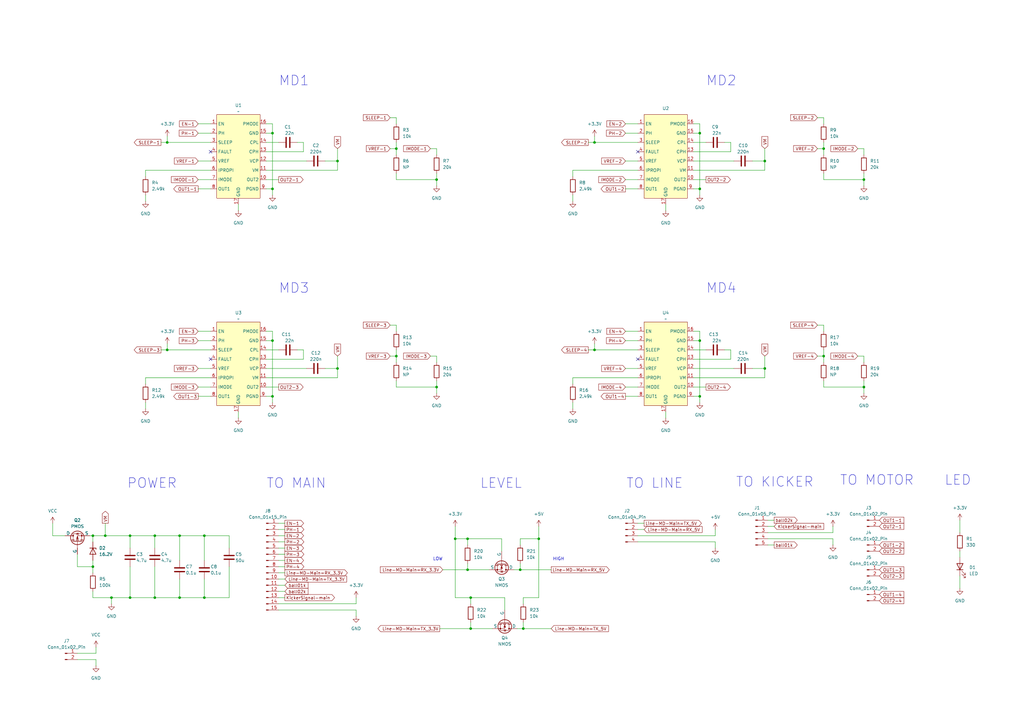
<source format=kicad_sch>
(kicad_sch (version 20231120) (generator "eeschema") (generator_version "8.0")
  (paper "A3")
  (lib_symbols
    (symbol "+3.3V_1" (power) (pin_numbers hide) (pin_names (offset 0) hide)
      (property "Value" "+3.3V" (at 0 3.556 0))
      (symbol "+3.3V_1_1_1"
        (pin power_in line (at 0 0 90) (length 0) (name "~") (number "1"))
      )
    )
    (symbol "+3.3V_3" (power) (pin_numbers hide) (pin_names (offset 0) hide)
      (property "Value" "+3.3V" (at 0 3.556 0))
      (symbol "+3.3V_3_1_1"
        (pin power_in line (at 0 0 90) (length 0) (name "~") (number "1"))
      )
    )
    (symbol "@MyLibrary:DRV8874"
      (property "Reference" "U" (at 0 19.05 0))
      (symbol "DRV8874_1_1"
        (pin passive line (at -11.43 13.97 0) (length 2.54) (name "EN") (number "1"))
        (pin passive line (at 11.43 -8.89 180) (length 2.54) (name "OUT2") (number "10"))
        (pin passive line (at 11.43 -5.08 180) (length 2.54) (name "VM") (number "11"))
        (pin passive line (at 11.43 -1.27 180) (length 2.54) (name "VCP") (number "12"))
        (pin passive line (at 11.43 2.54 180) (length 2.54) (name "CPH") (number "13"))
        (pin passive line (at 11.43 6.35 180) (length 2.54) (name "CPL") (number "14"))
        (pin passive line (at 11.43 10.16 180) (length 2.54) (name "GND") (number "15"))
        (pin passive line (at 11.43 13.97 180) (length 2.54) (name "PMODE") (number "16"))
        (pin passive line (at 0 -19.05 90) (length 2.54) (name "GND") (number "17"))
        (pin passive line (at -11.43 10.16 0) (length 2.54) (name "PH") (number "2"))
        (pin passive line (at -11.43 6.35 0) (length 2.54) (name "SLEEP") (number "3"))
        (pin passive line (at -11.43 2.54 0) (length 2.54) (name "FAULT") (number "4"))
        (pin passive line (at -11.43 -1.27 0) (length 2.54) (name "VREF") (number "5"))
        (pin passive line (at -11.43 -5.08 0) (length 2.54) (name "IPROPI") (number "6"))
        (pin passive line (at -11.43 -8.89 0) (length 2.54) (name "IMODE") (number "7"))
        (pin passive line (at -11.43 -12.7 0) (length 2.54) (name "OUT1") (number "8"))
        (pin passive line (at 11.43 -12.7 180) (length 2.54) (name "PGND") (number "9"))
      )
    )
    (symbol "Connector:Conn_01x02_Pin" (pin_names (offset 1.016) hide)
      (property "Reference" "J" (at 0 2.54 0))
      (property "Value" "Conn_01x02_Pin" (at 0 -5.08 0))
      (symbol "Conn_01x02_Pin_1_1"
        (pin passive line (at 5.08 0 180) (length 3.81) (name "Pin_1") (number "1"))
        (pin passive line (at 5.08 -2.54 180) (length 3.81) (name "Pin_2") (number "2"))
      )
    )
    (symbol "Connector:Conn_01x04_Pin" (pin_names (offset 1.016) hide)
      (property "Reference" "J" (at 0 5.08 0))
      (property "Value" "Conn_01x04_Pin" (at 0 -7.62 0))
      (symbol "Conn_01x04_Pin_1_1"
        (pin passive line (at 5.08 2.54 180) (length 3.81) (name "Pin_1") (number "1"))
        (pin passive line (at 5.08 0 180) (length 3.81) (name "Pin_2") (number "2"))
        (pin passive line (at 5.08 -2.54 180) (length 3.81) (name "Pin_3") (number "3"))
        (pin passive line (at 5.08 -5.08 180) (length 3.81) (name "Pin_4") (number "4"))
      )
    )
    (symbol "Connector:Conn_01x05_Pin" (pin_names (offset 1.016) hide)
      (property "Reference" "J" (at 0 7.62 0))
      (property "Value" "Conn_01x05_Pin" (at 0 -7.62 0))
      (symbol "Conn_01x05_Pin_1_1"
        (pin passive line (at 5.08 5.08 180) (length 3.81) (name "Pin_1") (number "1"))
        (pin passive line (at 5.08 2.54 180) (length 3.81) (name "Pin_2") (number "2"))
        (pin passive line (at 5.08 0 180) (length 3.81) (name "Pin_3") (number "3"))
        (pin passive line (at 5.08 -2.54 180) (length 3.81) (name "Pin_4") (number "4"))
        (pin passive line (at 5.08 -5.08 180) (length 3.81) (name "Pin_5") (number "5"))
      )
    )
    (symbol "Connector:Conn_01x15_Pin" (pin_names (offset 1.016) hide)
      (property "Reference" "J" (at 0 20.32 0))
      (property "Value" "Conn_01x15_Pin" (at 0 -20.32 0))
      (symbol "Conn_01x15_Pin_1_1"
        (pin passive line (at 5.08 17.78 180) (length 3.81) (name "Pin_1") (number "1"))
        (pin passive line (at 5.08 -5.08 180) (length 3.81) (name "Pin_10") (number "10"))
        (pin passive line (at 5.08 -7.62 180) (length 3.81) (name "Pin_11") (number "11"))
        (pin passive line (at 5.08 -10.16 180) (length 3.81) (name "Pin_12") (number "12"))
        (pin passive line (at 5.08 -12.7 180) (length 3.81) (name "Pin_13") (number "13"))
        (pin passive line (at 5.08 -15.24 180) (length 3.81) (name "Pin_14") (number "14"))
        (pin passive line (at 5.08 -17.78 180) (length 3.81) (name "Pin_15") (number "15"))
        (pin passive line (at 5.08 15.24 180) (length 3.81) (name "Pin_2") (number "2"))
        (pin passive line (at 5.08 12.7 180) (length 3.81) (name "Pin_3") (number "3"))
        (pin passive line (at 5.08 10.16 180) (length 3.81) (name "Pin_4") (number "4"))
        (pin passive line (at 5.08 7.62 180) (length 3.81) (name "Pin_5") (number "5"))
        (pin passive line (at 5.08 5.08 180) (length 3.81) (name "Pin_6") (number "6"))
        (pin passive line (at 5.08 2.54 180) (length 3.81) (name "Pin_7") (number "7"))
        (pin passive line (at 5.08 0 180) (length 3.81) (name "Pin_8") (number "8"))
        (pin passive line (at 5.08 -2.54 180) (length 3.81) (name "Pin_9") (number "9"))
      )
    )
    (symbol "Device:C" (pin_numbers hide) (pin_names (offset 0.254))
      (property "Reference" "C" (at 0.635 2.54 0))
      (property "Value" "C" (at 0.635 -2.54 0))
      (symbol "C_1_1"
        (pin passive line (at 0 3.81 270) (length 2.794) (name "~") (number "1"))
        (pin passive line (at 0 -3.81 90) (length 2.794) (name "~") (number "2"))
      )
    )
    (symbol "Device:D_Zener" (pin_numbers hide) (pin_names (offset 1.016) hide)
      (property "Reference" "D" (at 0 2.54 0))
      (property "Value" "D_Zener" (at 0 -2.54 0))
      (symbol "D_Zener_1_1"
        (pin passive line (at -3.81 0 0) (length 2.54) (name "K") (number "1"))
        (pin passive line (at 3.81 0 180) (length 2.54) (name "A") (number "2"))
      )
    )
    (symbol "Device:LED" (pin_numbers hide) (pin_names (offset 1.016) hide)
      (property "Reference" "D" (at 0 2.54 0))
      (property "Value" "LED" (at 0 -2.54 0))
      (symbol "LED_1_1"
        (pin passive line (at -3.81 0 0) (length 2.54) (name "K") (number "1"))
        (pin passive line (at 3.81 0 180) (length 2.54) (name "A") (number "2"))
      )
    )
    (symbol "Device:R" (pin_numbers hide) (pin_names (offset 0))
      (property "Reference" "R" (at 2.032 0 90))
      (property "Value" "R" (at 0 0 90))
      (symbol "R_1_1"
        (pin passive line (at 0 3.81 270) (length 1.27) (name "~") (number "1"))
        (pin passive line (at 0 -3.81 90) (length 1.27) (name "~") (number "2"))
      )
    )
    (symbol "GND_1" (power) (pin_numbers hide) (pin_names (offset 0) hide)
      (property "Value" "GND" (at 0 -3.81 0))
      (symbol "GND_1_1_1"
        (pin power_in line (at 0 0 270) (length 0) (name "~") (number "1"))
      )
    )
    (symbol "GND_2" (power) (pin_numbers hide) (pin_names (offset 0) hide)
      (property "Value" "GND" (at 0 -3.81 0))
      (symbol "GND_2_1_1"
        (pin power_in line (at 0 0 270) (length 0) (name "~") (number "1"))
      )
    )
    (symbol "GND_3" (power) (pin_numbers hide) (pin_names (offset 0) hide)
      (property "Value" "GND" (at 0 -3.81 0))
      (symbol "GND_3_1_1"
        (pin power_in line (at 0 0 270) (length 0) (name "~") (number "1"))
      )
    )
    (symbol "Simulation_SPICE:NMOS" (pin_numbers hide) (pin_names (offset 0))
      (property "Reference" "Q" (at 5.08 1.27 0))
      (property "Value" "NMOS" (at 5.08 -1.27 0))
      (symbol "NMOS_1_1"
        (pin passive line (at 2.54 5.08 270) (length 2.54) (name "D") (number "1"))
        (pin input line (at -5.08 0 0) (length 2.54) (name "G") (number "2"))
        (pin passive line (at 2.54 -5.08 90) (length 2.54) (name "S") (number "3"))
      )
    )
    (symbol "Simulation_SPICE:PMOS" (pin_numbers hide) (pin_names (offset 0))
      (property "Reference" "Q" (at 5.08 1.27 0))
      (property "Value" "PMOS" (at 5.08 -1.27 0))
      (symbol "PMOS_1_1"
        (pin passive line (at 2.54 5.08 270) (length 2.54) (name "D") (number "1"))
        (pin input line (at -5.08 0 0) (length 2.54) (name "G") (number "2"))
        (pin passive line (at 2.54 -5.08 90) (length 2.54) (name "S") (number "3"))
      )
    )
    (symbol "power:+3.3V" (power) (pin_names (offset 0))
      (property "Value" "+3.3V" (at 0 3.556 0))
      (symbol "+3.3V_1_1"
        (pin power_in line (at 0 0 90) (length 0) hide (name "+3.3V") (number "1"))
      )
    )
    (symbol "power:+5V" (power) (pin_numbers hide) (pin_names (offset 0) hide)
      (property "Value" "+5V" (at 0 3.556 0))
      (symbol "+5V_1_1"
        (pin power_in line (at 0 0 90) (length 0) (name "~") (number "1"))
      )
    )
    (symbol "power:GND" (power) (pin_names (offset 0))
      (property "Value" "GND" (at 0 -3.81 0))
      (symbol "GND_1_1"
        (pin power_in line (at 0 0 270) (length 0) hide (name "GND") (number "1"))
      )
    )
    (symbol "power:VCC" (power) (pin_names (offset 0))
      (property "Value" "VCC" (at 0 3.81 0))
      (symbol "VCC_1_1"
        (pin power_in line (at 0 0 90) (length 0) hide (name "VCC") (number "1"))
      )
    )
  )
  (junction (at 111.76 77.47))
  (junction (at 162.56 146.05))
  (junction (at 191.77 233.68))
  (junction (at 213.36 233.68))
  (junction (at 53.34 245.11))
  (junction (at 337.82 60.96))
  (junction (at 186.69 220.98))
  (junction (at 193.04 245.11))
  (junction (at 73.66 245.11))
  (junction (at 63.5 245.11))
  (junction (at 337.82 146.05))
  (junction (at 179.07 158.75))
  (junction (at 83.82 245.11))
  (junction (at 63.5 219.71))
  (junction (at 38.1 219.71))
  (junction (at 191.77 220.98))
  (junction (at 111.76 54.61))
  (junction (at 73.66 219.71))
  (junction (at 287.02 162.56))
  (junction (at 111.76 139.7))
  (junction (at 138.43 66.04))
  (junction (at 287.02 54.61))
  (junction (at 287.02 77.47))
  (junction (at 83.82 219.71))
  (junction (at 53.34 219.71))
  (junction (at 43.18 219.71))
  (junction (at 111.76 162.56))
  (junction (at 193.04 257.81))
  (junction (at 179.07 73.66))
  (junction (at 354.33 73.66))
  (junction (at 243.84 143.51))
  (junction (at 243.84 58.42))
  (junction (at 220.98 220.98))
  (junction (at 45.72 245.11))
  (junction (at 214.63 257.81))
  (junction (at 313.69 66.04))
  (junction (at 313.69 151.13))
  (junction (at 354.33 158.75))
  (junction (at 38.1 232.41))
  (junction (at 138.43 151.13))
  (junction (at 162.56 60.96))
  (junction (at 287.02 139.7))
  (junction (at 68.58 58.42))
  (junction (at 68.58 143.51))
  (no_connect (at 86.36 147.32))
  (no_connect (at 261.62 147.32))
  (no_connect (at 261.62 62.23))
  (no_connect (at 86.36 62.23))
  (wire (pts (xy 109.22 77.47) (xy 111.76 77.47)))
  (wire (pts (xy 111.76 80.01) (xy 111.76 77.47)))
  (wire (pts (xy 341.63 215.9) (xy 341.63 218.44)))
  (wire (pts (xy 97.79 83.82) (xy 97.79 86.36)))
  (wire (pts (xy 114.3 229.87) (xy 116.84 229.87)))
  (wire (pts (xy 162.56 158.75) (xy 179.07 158.75)))
  (wire (pts (xy 234.95 167.64) (xy 234.95 165.1)))
  (wire (pts (xy 114.3 73.66) (xy 109.22 73.66)))
  (wire (pts (xy 241.3 143.51) (xy 243.84 143.51)))
  (wire (pts (xy 214.63 257.81) (xy 226.06 257.81)))
  (wire (pts (xy 109.22 162.56) (xy 111.76 162.56)))
  (wire (pts (xy 116.84 245.11) (xy 114.3 245.11)))
  (wire (pts (xy 114.3 237.49) (xy 116.84 237.49)))
  (wire (pts (xy 284.48 77.47) (xy 287.02 77.47)))
  (wire (pts (xy 83.82 219.71) (xy 83.82 229.87)))
  (wire (pts (xy 289.56 158.75) (xy 284.48 158.75)))
  (wire (pts (xy 133.35 151.13) (xy 138.43 151.13)))
  (wire (pts (xy 314.96 220.98) (xy 341.63 220.98)))
  (wire (pts (xy 179.07 71.12) (xy 179.07 73.66)))
  (wire (pts (xy 337.82 48.26) (xy 337.82 50.8)))
  (wire (pts (xy 73.66 219.71) (xy 83.82 219.71)))
  (wire (pts (xy 39.37 270.51) (xy 31.75 270.51)))
  (wire (pts (xy 243.84 58.42) (xy 261.62 58.42)))
  (wire (pts (xy 299.72 58.42) (xy 299.72 62.23)))
  (wire (pts (xy 39.37 267.97) (xy 31.75 267.97)))
  (wire (pts (xy 337.82 143.51) (xy 337.82 146.05)))
  (wire (pts (xy 354.33 60.96) (xy 354.33 63.5)))
  (wire (pts (xy 116.84 217.17) (xy 114.3 217.17)))
  (wire (pts (xy 81.28 66.04) (xy 86.36 66.04)))
  (wire (pts (xy 213.36 233.68) (xy 210.82 233.68)))
  (wire (pts (xy 81.28 77.47) (xy 86.36 77.47)))
  (wire (pts (xy 43.18 219.71) (xy 43.18 214.63)))
  (wire (pts (xy 180.34 257.81) (xy 193.04 257.81)))
  (wire (pts (xy 186.69 245.11) (xy 193.04 245.11)))
  (wire (pts (xy 335.28 48.26) (xy 337.82 48.26)))
  (wire (pts (xy 81.28 54.61) (xy 86.36 54.61)))
  (wire (pts (xy 160.02 60.96) (xy 162.56 60.96)))
  (wire (pts (xy 63.5 232.41) (xy 63.5 245.11)))
  (wire (pts (xy 93.98 245.11) (xy 83.82 245.11)))
  (wire (pts (xy 125.73 66.04) (xy 109.22 66.04)))
  (wire (pts (xy 162.56 73.66) (xy 179.07 73.66)))
  (wire (pts (xy 59.69 154.94) (xy 59.69 157.48)))
  (wire (pts (xy 337.82 71.12) (xy 337.82 73.66)))
  (wire (pts (xy 337.82 146.05) (xy 337.82 148.59)))
  (wire (pts (xy 273.05 83.82) (xy 273.05 86.36)))
  (wire (pts (xy 261.62 219.71) (xy 293.37 219.71)))
  (wire (pts (xy 114.3 143.51) (xy 109.22 143.51)))
  (wire (pts (xy 317.5 223.52) (xy 314.96 223.52)))
  (wire (pts (xy 313.69 66.04) (xy 313.69 69.85)))
  (wire (pts (xy 179.07 158.75) (xy 179.07 161.29)))
  (wire (pts (xy 81.28 151.13) (xy 86.36 151.13)))
  (wire (pts (xy 59.69 69.85) (xy 59.69 72.39)))
  (wire (pts (xy 354.33 73.66) (xy 354.33 76.2)))
  (wire (pts (xy 261.62 154.94) (xy 234.95 154.94)))
  (wire (pts (xy 114.3 58.42) (xy 109.22 58.42)))
  (wire (pts (xy 337.82 73.66) (xy 354.33 73.66)))
  (wire (pts (xy 205.74 226.06) (xy 205.74 220.98)))
  (wire (pts (xy 297.18 143.51) (xy 299.72 143.51)))
  (wire (pts (xy 220.98 220.98) (xy 220.98 215.9)))
  (wire (pts (xy 38.1 242.57) (xy 38.1 245.11)))
  (wire (pts (xy 93.98 232.41) (xy 93.98 245.11)))
  (wire (pts (xy 116.84 242.57) (xy 114.3 242.57)))
  (wire (pts (xy 284.48 147.32) (xy 299.72 147.32)))
  (wire (pts (xy 287.02 139.7) (xy 287.02 162.56)))
  (wire (pts (xy 214.63 257.81) (xy 212.09 257.81)))
  (wire (pts (xy 243.84 143.51) (xy 261.62 143.51)))
  (wire (pts (xy 138.43 151.13) (xy 138.43 154.94)))
  (wire (pts (xy 181.61 233.68) (xy 191.77 233.68)))
  (wire (pts (xy 138.43 60.96) (xy 138.43 66.04)))
  (wire (pts (xy 335.28 146.05) (xy 337.82 146.05)))
  (wire (pts (xy 341.63 220.98) (xy 341.63 223.52)))
  (wire (pts (xy 191.77 233.68) (xy 191.77 231.14)))
  (wire (pts (xy 109.22 54.61) (xy 111.76 54.61)))
  (wire (pts (xy 109.22 147.32) (xy 124.46 147.32)))
  (wire (pts (xy 63.5 219.71) (xy 73.66 219.71)))
  (wire (pts (xy 138.43 154.94) (xy 109.22 154.94)))
  (wire (pts (xy 114.3 224.79) (xy 116.84 224.79)))
  (wire (pts (xy 354.33 71.12) (xy 354.33 73.66)))
  (wire (pts (xy 73.66 219.71) (xy 73.66 229.87)))
  (wire (pts (xy 256.54 135.89) (xy 261.62 135.89)))
  (wire (pts (xy 335.28 133.35) (xy 337.82 133.35)))
  (wire (pts (xy 59.69 82.55) (xy 59.69 80.01)))
  (wire (pts (xy 186.69 215.9) (xy 186.69 220.98)))
  (wire (pts (xy 261.62 214.63) (xy 264.16 214.63)))
  (wire (pts (xy 337.82 60.96) (xy 337.82 63.5)))
  (wire (pts (xy 160.02 146.05) (xy 162.56 146.05)))
  (wire (pts (xy 354.33 156.21) (xy 354.33 158.75)))
  (wire (pts (xy 243.84 55.88) (xy 243.84 58.42)))
  (wire (pts (xy 160.02 48.26) (xy 162.56 48.26)))
  (wire (pts (xy 256.54 73.66) (xy 261.62 73.66)))
  (wire (pts (xy 220.98 220.98) (xy 220.98 245.11)))
  (wire (pts (xy 337.82 158.75) (xy 354.33 158.75)))
  (wire (pts (xy 31.75 227.33) (xy 31.75 232.41)))
  (wire (pts (xy 314.96 218.44) (xy 341.63 218.44)))
  (wire (pts (xy 43.18 219.71) (xy 53.34 219.71)))
  (wire (pts (xy 53.34 219.71) (xy 63.5 219.71)))
  (wire (pts (xy 21.59 214.63) (xy 21.59 219.71)))
  (wire (pts (xy 186.69 220.98) (xy 191.77 220.98)))
  (wire (pts (xy 21.59 219.71) (xy 26.67 219.71)))
  (wire (pts (xy 38.1 219.71) (xy 43.18 219.71)))
  (wire (pts (xy 287.02 50.8) (xy 287.02 54.61)))
  (wire (pts (xy 287.02 80.01) (xy 287.02 77.47)))
  (wire (pts (xy 114.3 219.71) (xy 116.84 219.71)))
  (wire (pts (xy 63.5 245.11) (xy 73.66 245.11)))
  (wire (pts (xy 213.36 233.68) (xy 226.06 233.68)))
  (wire (pts (xy 308.61 66.04) (xy 313.69 66.04)))
  (wire (pts (xy 114.3 158.75) (xy 109.22 158.75)))
  (wire (pts (xy 261.62 69.85) (xy 234.95 69.85)))
  (wire (pts (xy 81.28 162.56) (xy 86.36 162.56)))
  (wire (pts (xy 313.69 151.13) (xy 313.69 154.94)))
  (wire (pts (xy 234.95 69.85) (xy 234.95 72.39)))
  (wire (pts (xy 162.56 156.21) (xy 162.56 158.75)))
  (wire (pts (xy 86.36 154.94) (xy 59.69 154.94)))
  (wire (pts (xy 351.79 146.05) (xy 354.33 146.05)))
  (wire (pts (xy 220.98 245.11) (xy 214.63 245.11)))
  (wire (pts (xy 186.69 220.98) (xy 186.69 245.11)))
  (wire (pts (xy 73.66 245.11) (xy 83.82 245.11)))
  (wire (pts (xy 81.28 135.89) (xy 86.36 135.89)))
  (wire (pts (xy 111.76 139.7) (xy 111.76 162.56)))
  (wire (pts (xy 287.02 165.1) (xy 287.02 162.56)))
  (wire (pts (xy 179.07 60.96) (xy 179.07 63.5)))
  (wire (pts (xy 111.76 50.8) (xy 111.76 54.61)))
  (wire (pts (xy 300.99 151.13) (xy 284.48 151.13)))
  (wire (pts (xy 179.07 73.66) (xy 179.07 76.2)))
  (wire (pts (xy 39.37 265.43) (xy 39.37 267.97)))
  (wire (pts (xy 317.5 213.36) (xy 314.96 213.36)))
  (wire (pts (xy 53.34 232.41) (xy 53.34 245.11)))
  (wire (pts (xy 111.76 135.89) (xy 111.76 139.7)))
  (wire (pts (xy 335.28 60.96) (xy 337.82 60.96)))
  (wire (pts (xy 68.58 55.88) (xy 68.58 58.42)))
  (wire (pts (xy 351.79 60.96) (xy 354.33 60.96)))
  (wire (pts (xy 114.3 222.25) (xy 116.84 222.25)))
  (wire (pts (xy 38.1 234.95) (xy 38.1 232.41)))
  (wire (pts (xy 205.74 220.98) (xy 191.77 220.98)))
  (wire (pts (xy 354.33 146.05) (xy 354.33 148.59)))
  (wire (pts (xy 138.43 69.85) (xy 109.22 69.85)))
  (wire (pts (xy 293.37 219.71) (xy 293.37 217.17)))
  (wire (pts (xy 256.54 50.8) (xy 261.62 50.8)))
  (wire (pts (xy 39.37 270.51) (xy 39.37 273.05)))
  (wire (pts (xy 114.3 247.65) (xy 146.05 247.65)))
  (wire (pts (xy 293.37 224.79) (xy 293.37 222.25)))
  (wire (pts (xy 213.36 220.98) (xy 220.98 220.98)))
  (wire (pts (xy 53.34 245.11) (xy 63.5 245.11)))
  (wire (pts (xy 393.7 228.6) (xy 393.7 226.06)))
  (wire (pts (xy 213.36 223.52) (xy 213.36 220.98)))
  (wire (pts (xy 162.56 133.35) (xy 162.56 135.89)))
  (wire (pts (xy 114.3 234.95) (xy 116.84 234.95)))
  (wire (pts (xy 214.63 255.27) (xy 214.63 257.81)))
  (wire (pts (xy 36.83 219.71) (xy 38.1 219.71)))
  (wire (pts (xy 284.48 62.23) (xy 299.72 62.23)))
  (wire (pts (xy 114.3 250.19) (xy 146.05 250.19)))
  (wire (pts (xy 138.43 146.05) (xy 138.43 151.13)))
  (wire (pts (xy 284.48 54.61) (xy 287.02 54.61)))
  (wire (pts (xy 337.82 58.42) (xy 337.82 60.96)))
  (wire (pts (xy 179.07 156.21) (xy 179.07 158.75)))
  (wire (pts (xy 138.43 66.04) (xy 138.43 69.85)))
  (wire (pts (xy 289.56 73.66) (xy 284.48 73.66)))
  (wire (pts (xy 337.82 133.35) (xy 337.82 135.89)))
  (wire (pts (xy 234.95 154.94) (xy 234.95 157.48)))
  (wire (pts (xy 284.48 139.7) (xy 287.02 139.7)))
  (wire (pts (xy 256.54 158.75) (xy 261.62 158.75)))
  (wire (pts (xy 124.46 143.51) (xy 124.46 147.32)))
  (wire (pts (xy 93.98 219.71) (xy 93.98 224.79)))
  (wire (pts (xy 256.54 54.61) (xy 261.62 54.61)))
  (wire (pts (xy 256.54 77.47) (xy 261.62 77.47)))
  (wire (pts (xy 109.22 62.23) (xy 124.46 62.23)))
  (wire (pts (xy 97.79 168.91) (xy 97.79 171.45)))
  (wire (pts (xy 68.58 58.42) (xy 86.36 58.42)))
  (wire (pts (xy 162.56 60.96) (xy 162.56 63.5)))
  (wire (pts (xy 191.77 220.98) (xy 191.77 223.52)))
  (wire (pts (xy 86.36 69.85) (xy 59.69 69.85)))
  (wire (pts (xy 317.5 215.9) (xy 314.96 215.9)))
  (wire (pts (xy 289.56 143.51) (xy 284.48 143.51)))
  (wire (pts (xy 83.82 245.11) (xy 83.82 237.49)))
  (wire (pts (xy 234.95 82.55) (xy 234.95 80.01)))
  (wire (pts (xy 121.92 58.42) (xy 124.46 58.42)))
  (wire (pts (xy 59.69 167.64) (xy 59.69 165.1)))
  (wire (pts (xy 191.77 233.68) (xy 200.66 233.68)))
  (wire (pts (xy 68.58 140.97) (xy 68.58 143.51)))
  (wire (pts (xy 109.22 50.8) (xy 111.76 50.8)))
  (wire (pts (xy 146.05 252.73) (xy 146.05 250.19)))
  (wire (pts (xy 337.82 156.21) (xy 337.82 158.75)))
  (wire (pts (xy 297.18 58.42) (xy 299.72 58.42)))
  (wire (pts (xy 162.56 146.05) (xy 162.56 148.59)))
  (wire (pts (xy 125.73 151.13) (xy 109.22 151.13)))
  (wire (pts (xy 273.05 168.91) (xy 273.05 171.45)))
  (wire (pts (xy 193.04 257.81) (xy 201.93 257.81)))
  (wire (pts (xy 193.04 255.27) (xy 193.04 257.81)))
  (wire (pts (xy 193.04 245.11) (xy 193.04 247.65)))
  (wire (pts (xy 256.54 162.56) (xy 261.62 162.56)))
  (wire (pts (xy 162.56 71.12) (xy 162.56 73.66)))
  (wire (pts (xy 299.72 143.51) (xy 299.72 147.32)))
  (wire (pts (xy 284.48 50.8) (xy 287.02 50.8)))
  (wire (pts (xy 111.76 54.61) (xy 111.76 77.47)))
  (wire (pts (xy 176.53 146.05) (xy 179.07 146.05)))
  (wire (pts (xy 313.69 60.96) (xy 313.69 66.04)))
  (wire (pts (xy 114.3 227.33) (xy 116.84 227.33)))
  (wire (pts (xy 162.56 143.51) (xy 162.56 146.05)))
  (wire (pts (xy 81.28 158.75) (xy 86.36 158.75)))
  (wire (pts (xy 83.82 219.71) (xy 93.98 219.71)))
  (wire (pts (xy 207.01 245.11) (xy 207.01 250.19)))
  (wire (pts (xy 313.69 146.05) (xy 313.69 151.13)))
  (wire (pts (xy 109.22 135.89) (xy 111.76 135.89)))
  (wire (pts (xy 284.48 135.89) (xy 287.02 135.89)))
  (wire (pts (xy 300.99 66.04) (xy 284.48 66.04)))
  (wire (pts (xy 63.5 224.79) (xy 63.5 219.71)))
  (wire (pts (xy 116.84 214.63) (xy 114.3 214.63)))
  (wire (pts (xy 176.53 60.96) (xy 179.07 60.96)))
  (wire (pts (xy 287.02 135.89) (xy 287.02 139.7)))
  (wire (pts (xy 287.02 54.61) (xy 287.02 77.47)))
  (wire (pts (xy 293.37 222.25) (xy 261.62 222.25)))
  (wire (pts (xy 354.33 158.75) (xy 354.33 161.29)))
  (wire (pts (xy 124.46 58.42) (xy 124.46 62.23)))
  (wire (pts (xy 214.63 245.11) (xy 214.63 247.65)))
  (wire (pts (xy 289.56 58.42) (xy 284.48 58.42)))
  (wire (pts (xy 38.1 232.41) (xy 38.1 229.87)))
  (wire (pts (xy 53.34 219.71) (xy 53.34 224.79)))
  (wire (pts (xy 45.72 245.11) (xy 53.34 245.11)))
  (wire (pts (xy 38.1 222.25) (xy 38.1 219.71)))
  (wire (pts (xy 162.56 48.26) (xy 162.56 50.8)))
  (wire (pts (xy 393.7 241.3) (xy 393.7 236.22)))
  (wire (pts (xy 193.04 245.11) (xy 207.01 245.11)))
  (wire (pts (xy 313.69 154.94) (xy 284.48 154.94)))
  (wire (pts (xy 133.35 66.04) (xy 138.43 66.04)))
  (wire (pts (xy 111.76 165.1) (xy 111.76 162.56)))
  (wire (pts (xy 66.04 143.51) (xy 68.58 143.51)))
  (wire (pts (xy 261.62 217.17) (xy 264.16 217.17)))
  (wire (pts (xy 38.1 245.11) (xy 45.72 245.11)))
  (wire (pts (xy 243.84 140.97) (xy 243.84 143.51)))
  (wire (pts (xy 256.54 66.04) (xy 261.62 66.04)))
  (wire (pts (xy 284.48 162.56) (xy 287.02 162.56)))
  (wire (pts (xy 81.28 73.66) (xy 86.36 73.66)))
  (wire (pts (xy 73.66 237.49) (xy 73.66 245.11)))
  (wire (pts (xy 68.58 143.51) (xy 86.36 143.51)))
  (wire (pts (xy 308.61 151.13) (xy 313.69 151.13)))
  (wire (pts (xy 114.3 232.41) (xy 116.84 232.41)))
  (wire (pts (xy 146.05 247.65) (xy 146.05 245.11)))
  (wire (pts (xy 45.72 247.65) (xy 45.72 245.11)))
  (wire (pts (xy 116.84 240.03) (xy 114.3 240.03)))
  (wire (pts (xy 256.54 139.7) (xy 261.62 139.7)))
  (wire (pts (xy 313.69 69.85) (xy 284.48 69.85)))
  (wire (pts (xy 213.36 231.14) (xy 213.36 233.68)))
  (wire (pts (xy 38.1 232.41) (xy 31.75 232.41)))
  (wire (pts (xy 160.02 133.35) (xy 162.56 133.35)))
  (wire (pts (xy 109.22 139.7) (xy 111.76 139.7)))
  (wire (pts (xy 256.54 151.13) (xy 261.62 151.13)))
  (wire (pts (xy 241.3 58.42) (xy 243.84 58.42)))
  (wire (pts (xy 393.7 218.44) (xy 393.7 213.36)))
  (wire (pts (xy 81.28 139.7) (xy 86.36 139.7)))
  (wire (pts (xy 179.07 146.05) (xy 179.07 148.59)))
  (wire (pts (xy 121.92 143.51) (xy 124.46 143.51)))
  (wire (pts (xy 81.28 50.8) (xy 86.36 50.8)))
  (wire (pts (xy 66.04 58.42) (xy 68.58 58.42)))
  (wire (pts (xy 162.56 58.42) (xy 162.56 60.96)))
  (text "HIGH" (at 229.108 229.362 0) (effects (font (size 1.27 1.27))))
  (text "TO MOTOR" (at 344.424 199.39 0) (effects (font (size 4 4)) (justify left bottom)))
  (text "TO KICKER" (at 301.752 200.152 0) (effects (font (size 4 4)) (justify left bottom)))
  (text "TO LINE" (at 256.794 200.66 0) (effects (font (size 4 4)) (justify left bottom)))
  (text "MD3" (at 114.3 120.65 0) (effects (font (size 4 4)) (justify left bottom)))
  (text "MD2" (at 289.56 35.56 0) (effects (font (size 4 4)) (justify left bottom)))
  (text "POWER" (at 52.07 200.66 0) (effects (font (size 4 4)) (justify left bottom)))
  (text "MD1" (at 114.3 35.56 0) (effects (font (size 4 4)) (justify left bottom)))
  (text "TO MAIN" (at 109.22 200.66 0) (effects (font (size 4 4)) (justify left bottom)))
  (text "LOW" (at 179.578 229.362 0) (effects (font (size 1.27 1.27))))
  (text "MD4" (at 289.56 120.65 0) (effects (font (size 4 4)) (justify left bottom)))
  (text "LED" (at 387.35 199.39 0) (effects (font (size 4 4)) (justify left bottom)))
  (text "LEVEL" (at 196.85 200.66 0) (effects (font (size 4 4)) (justify left bottom)))
  (global_label "PH-2" (shape input) (at 256.54 54.61 180) (property "Intersheetrefs" "${INTERSHEET_REFS}" (effects (hide yes))))
  (global_label "SLEEP-3" (shape input) (at 160.02 133.35 180) (property "Intersheetrefs" "${INTERSHEET_REFS}" (effects (hide yes))))
  (global_label "ball02k" (shape output) (at 317.5 213.36 0) (property "Intersheetrefs" "${INTERSHEET_REFS}" (effects (hide yes))))
  (global_label "PH-1" (shape input) (at 81.28 54.61 180) (property "Intersheetrefs" "${INTERSHEET_REFS}" (effects (hide yes))))
  (global_label "OUT2-1" (shape output) (at 114.3 73.66 0) (property "Intersheetrefs" "${INTERSHEET_REFS}" (effects (hide yes))))
  (global_label "IMODE-1" (shape input) (at 176.53 60.96 180) (property "Intersheetrefs" "${INTERSHEET_REFS}" (effects (hide yes))))
  (global_label "EN-2" (shape output) (at 116.84 219.71 0) (property "Intersheetrefs" "${INTERSHEET_REFS}" (effects (hide yes))))
  (global_label "OUT1-4" (shape output) (at 256.54 162.56 180) (property "Intersheetrefs" "${INTERSHEET_REFS}" (effects (hide yes))))
  (global_label "IMODE-3" (shape input) (at 81.28 158.75 180) (property "Intersheetrefs" "${INTERSHEET_REFS}" (effects (hide yes))))
  (global_label "ball01k" (shape output) (at 317.5 223.52 0) (property "Intersheetrefs" "${INTERSHEET_REFS}" (effects (hide yes))))
  (global_label "OUT1-4" (shape input) (at 360.68 243.84 0) (property "Intersheetrefs" "${INTERSHEET_REFS}" (effects (hide yes))))
  (global_label "VM" (shape input) (at 138.43 146.05 90) (property "Intersheetrefs" "${INTERSHEET_REFS}" (effects (hide yes))))
  (global_label "KickerSignal-main" (shape output) (at 116.84 245.11 0) (property "Intersheetrefs" "${INTERSHEET_REFS}" (effects (hide yes))))
  (global_label "Line-MD-Main=TX_3.3V" (shape output) (at 180.34 257.81 180) (property "Intersheetrefs" "${INTERSHEET_REFS}" (effects (hide yes))))
  (global_label "OUT2-2" (shape input) (at 360.68 226.06 0) (property "Intersheetrefs" "${INTERSHEET_REFS}" (effects (hide yes))))
  (global_label "PH-4" (shape input) (at 256.54 139.7 180) (property "Intersheetrefs" "${INTERSHEET_REFS}" (effects (hide yes))))
  (global_label "EN-3" (shape input) (at 81.28 135.89 180) (property "Intersheetrefs" "${INTERSHEET_REFS}" (effects (hide yes))))
  (global_label "ball01k" (shape input) (at 116.84 240.03 0) (property "Intersheetrefs" "${INTERSHEET_REFS}" (effects (hide yes))))
  (global_label "OUT1-1" (shape output) (at 81.28 77.47 180) (property "Intersheetrefs" "${INTERSHEET_REFS}" (effects (hide yes))))
  (global_label "VREF-4" (shape input) (at 335.28 146.05 180) (property "Intersheetrefs" "${INTERSHEET_REFS}" (effects (hide yes))))
  (global_label "SLEEP-3" (shape output) (at 66.04 143.51 180) (property "Intersheetrefs" "${INTERSHEET_REFS}" (effects (hide yes))))
  (global_label "EN-4" (shape input) (at 256.54 135.89 180) (property "Intersheetrefs" "${INTERSHEET_REFS}" (effects (hide yes))))
  (global_label "SLEEP-1" (shape output) (at 66.04 58.42 180) (property "Intersheetrefs" "${INTERSHEET_REFS}" (effects (hide yes))))
  (global_label "Line-MD-Main=RX_3.3V" (shape output) (at 116.84 234.95 0) (property "Intersheetrefs" "${INTERSHEET_REFS}" (effects (hide yes))))
  (global_label "OUT2-4" (shape output) (at 289.56 158.75 0) (property "Intersheetrefs" "${INTERSHEET_REFS}" (effects (hide yes))))
  (global_label "Line-MD-Main=RX_3.3V" (shape input) (at 181.61 233.68 180) (property "Intersheetrefs" "${INTERSHEET_REFS}" (effects (hide yes))))
  (global_label "Line-MD-Main=TX_5V" (shape input) (at 226.06 257.81 0) (property "Intersheetrefs" "${INTERSHEET_REFS}" (effects (hide yes))))
  (global_label "IMODE-1" (shape input) (at 81.28 73.66 180) (property "Intersheetrefs" "${INTERSHEET_REFS}" (effects (hide yes))))
  (global_label "VREF-3" (shape input) (at 160.02 146.05 180) (property "Intersheetrefs" "${INTERSHEET_REFS}" (effects (hide yes))))
  (global_label "PH-3" (shape output) (at 116.84 227.33 0) (property "Intersheetrefs" "${INTERSHEET_REFS}" (effects (hide yes))))
  (global_label "VREF-4" (shape input) (at 256.54 151.13 180) (property "Intersheetrefs" "${INTERSHEET_REFS}" (effects (hide yes))))
  (global_label "OUT1-1" (shape input) (at 360.68 213.36 0) (property "Intersheetrefs" "${INTERSHEET_REFS}" (effects (hide yes))))
  (global_label "SLEEP-4" (shape input) (at 335.28 133.35 180) (property "Intersheetrefs" "${INTERSHEET_REFS}" (effects (hide yes))))
  (global_label "SLEEP-2" (shape input) (at 335.28 48.26 180) (property "Intersheetrefs" "${INTERSHEET_REFS}" (effects (hide yes))))
  (global_label "PH-4" (shape output) (at 116.84 232.41 0) (property "Intersheetrefs" "${INTERSHEET_REFS}" (effects (hide yes))))
  (global_label "EN-2" (shape input) (at 256.54 50.8 180) (property "Intersheetrefs" "${INTERSHEET_REFS}" (effects (hide yes))))
  (global_label "IMODE-3" (shape input) (at 176.53 146.05 180) (property "Intersheetrefs" "${INTERSHEET_REFS}" (effects (hide yes))))
  (global_label "KickerSignal-main" (shape input) (at 317.5 215.9 0) (property "Intersheetrefs" "${INTERSHEET_REFS}" (effects (hide yes))))
  (global_label "OUT1-2" (shape input) (at 360.68 223.52 0) (property "Intersheetrefs" "${INTERSHEET_REFS}" (effects (hide yes))))
  (global_label "OUT2-4" (shape input) (at 360.68 246.38 0) (property "Intersheetrefs" "${INTERSHEET_REFS}" (effects (hide yes))))
  (global_label "OUT1-3" (shape input) (at 360.68 233.68 0) (property "Intersheetrefs" "${INTERSHEET_REFS}" (effects (hide yes))))
  (global_label "EN-3" (shape output) (at 116.84 224.79 0) (property "Intersheetrefs" "${INTERSHEET_REFS}" (effects (hide yes))))
  (global_label "VM" (shape output) (at 43.18 214.63 90) (property "Intersheetrefs" "${INTERSHEET_REFS}" (effects (hide yes))))
  (global_label "VREF-2" (shape input) (at 256.54 66.04 180) (property "Intersheetrefs" "${INTERSHEET_REFS}" (effects (hide yes))))
  (global_label "EN-1" (shape output) (at 116.84 214.63 0) (property "Intersheetrefs" "${INTERSHEET_REFS}" (effects (hide yes))))
  (global_label "SLEEP-2" (shape output) (at 241.3 58.42 180) (property "Intersheetrefs" "${INTERSHEET_REFS}" (effects (hide yes))))
  (global_label "VREF-1" (shape input) (at 160.02 60.96 180) (property "Intersheetrefs" "${INTERSHEET_REFS}" (effects (hide yes))))
  (global_label "IMODE-2" (shape input) (at 256.54 73.66 180) (property "Intersheetrefs" "${INTERSHEET_REFS}" (effects (hide yes))))
  (global_label "IMODE-4" (shape input) (at 351.79 146.05 180) (property "Intersheetrefs" "${INTERSHEET_REFS}" (effects (hide yes))))
  (global_label "SLEEP-4" (shape output) (at 241.3 143.51 180) (property "Intersheetrefs" "${INTERSHEET_REFS}" (effects (hide yes))))
  (global_label "EN-4" (shape output) (at 116.84 229.87 0) (property "Intersheetrefs" "${INTERSHEET_REFS}" (effects (hide yes))))
  (global_label "VREF-2" (shape input) (at 335.28 60.96 180) (property "Intersheetrefs" "${INTERSHEET_REFS}" (effects (hide yes))))
  (global_label "VM" (shape input) (at 138.43 60.96 90) (property "Intersheetrefs" "${INTERSHEET_REFS}" (effects (hide yes))))
  (global_label "IMODE-4" (shape input) (at 256.54 158.75 180) (property "Intersheetrefs" "${INTERSHEET_REFS}" (effects (hide yes))))
  (global_label "VM" (shape input) (at 313.69 60.96 90) (property "Intersheetrefs" "${INTERSHEET_REFS}" (effects (hide yes))))
  (global_label "PH-3" (shape input) (at 81.28 139.7 180) (property "Intersheetrefs" "${INTERSHEET_REFS}" (effects (hide yes))))
  (global_label "OUT1-2" (shape output) (at 256.54 77.47 180) (property "Intersheetrefs" "${INTERSHEET_REFS}" (effects (hide yes))))
  (global_label "OUT2-2" (shape output) (at 289.56 73.66 0) (property "Intersheetrefs" "${INTERSHEET_REFS}" (effects (hide yes))))
  (global_label "VREF-3" (shape input) (at 81.28 151.13 180) (property "Intersheetrefs" "${INTERSHEET_REFS}" (effects (hide yes))))
  (global_label "Line-MD-Main=RX_5V" (shape input) (at 264.16 217.17 0) (property "Intersheetrefs" "${INTERSHEET_REFS}" (effects (hide yes))))
  (global_label "IMODE-2" (shape input) (at 351.79 60.96 180) (property "Intersheetrefs" "${INTERSHEET_REFS}" (effects (hide yes))))
  (global_label "VREF-1" (shape input) (at 81.28 66.04 180) (property "Intersheetrefs" "${INTERSHEET_REFS}" (effects (hide yes))))
  (global_label "OUT2-3" (shape output) (at 114.3 158.75 0) (property "Intersheetrefs" "${INTERSHEET_REFS}" (effects (hide yes))))
  (global_label "Line-MD-Main=TX_5V" (shape output) (at 264.16 214.63 0) (property "Intersheetrefs" "${INTERSHEET_REFS}" (effects (hide yes))))
  (global_label "Line-MD-Main=RX_5V" (shape output) (at 226.06 233.68 0) (property "Intersheetrefs" "${INTERSHEET_REFS}" (effects (hide yes))))
  (global_label "Line-MD-Main=TX_3.3V" (shape input) (at 116.84 237.49 0) (property "Intersheetrefs" "${INTERSHEET_REFS}" (effects (hide yes))))
  (global_label "EN-1" (shape input) (at 81.28 50.8 180) (property "Intersheetrefs" "${INTERSHEET_REFS}" (effects (hide yes))))
  (global_label "OUT2-1" (shape input) (at 360.68 215.9 0) (property "Intersheetrefs" "${INTERSHEET_REFS}" (effects (hide yes))))
  (global_label "OUT2-3" (shape input) (at 360.68 236.22 0) (property "Intersheetrefs" "${INTERSHEET_REFS}" (effects (hide yes))))
  (global_label "OUT1-3" (shape output) (at 81.28 162.56 180) (property "Intersheetrefs" "${INTERSHEET_REFS}" (effects (hide yes))))
  (global_label "VM" (shape input) (at 313.69 146.05 90) (property "Intersheetrefs" "${INTERSHEET_REFS}" (effects (hide yes))))
  (global_label "SLEEP-1" (shape input) (at 160.02 48.26 180) (property "Intersheetrefs" "${INTERSHEET_REFS}" (effects (hide yes))))
  (global_label "ball02k" (shape input) (at 116.84 242.57 0) (property "Intersheetrefs" "${INTERSHEET_REFS}" (effects (hide yes))))
  (global_label "PH-1" (shape output) (at 116.84 217.17 0) (property "Intersheetrefs" "${INTERSHEET_REFS}" (effects (hide yes))))
  (global_label "PH-2" (shape output) (at 116.84 222.25 0) (property "Intersheetrefs" "${INTERSHEET_REFS}" (effects (hide yes))))
  (symbol (lib_id "Device:R") (at 59.69 76.2 0) (unit 1)
    (property "Reference" "R4" (at 62.23 74.93 0) (effects (justify left)))
    (property "Value" "2.49k" (at 62.23 77.47 0) (effects (justify left)))
    (property "Footprint" "Resistor_SMD:R_0603_1608Metric" (effects (hide yes)))
  )
  (symbol (lib_name "GND_3") (lib_id "power:GND") (at 273.05 171.45 0) (unit 1)
    (property "Reference" "#PWR034" (effects (hide yes)))
    (property "Value" "GND" (at 273.05 176.53 0))
    (property "Description" "Power symbol creates a global label with name \"GND\" , ground" (effects (hide yes)))
  )
  (symbol (lib_id "Device:D_Zener") (at 38.1 226.06 270) (unit 1)
    (property "Reference" "D2" (at 40.64 224.79 90) (effects (justify left)))
    (property "Value" "16.2V" (at 40.64 227.33 90) (effects (justify left)))
    (property "Footprint" "Diode_SMD:D_SOD-323" (effects (hide yes)))
  )
  (symbol (lib_id "power:VCC") (at 39.37 265.43 0) (unit 1)
    (property "Reference" "#PWR025" (effects (hide yes)))
    (property "Value" "VCC" (at 39.37 260.35 0))
  )
  (symbol (lib_id "Device:R") (at 38.1 238.76 0) (unit 1)
    (property "Reference" "R5" (at 40.64 237.49 0) (effects (justify left)))
    (property "Value" "100k" (at 40.64 240.03 0) (effects (justify left)))
    (property "Footprint" "Resistor_SMD:R_0603_1608Metric" (effects (hide yes)))
  )
  (symbol (lib_id "power:+3.3V") (at 146.05 245.11 0) (unit 1)
    (property "Reference" "#PWR05" (effects (hide yes)))
    (property "Value" "+3.3V" (at 146.05 240.03 0))
  )
  (symbol (lib_name "+3.3V_1") (lib_id "power:+3.3V") (at 341.63 215.9 0) (unit 1)
    (property "Reference" "#PWR027" (effects (hide yes)))
    (property "Value" "+3.3V" (at 341.63 210.82 0))
    (property "Description" "Power symbol creates a global label with name \"+3.3V\"" (effects (hide yes)))
  )
  (symbol (lib_id "power:GND") (at 234.95 167.64 0) (unit 1)
    (property "Reference" "#PWR014" (effects (hide yes)))
    (property "Value" "GND" (at 234.95 172.72 0))
  )
  (symbol (lib_id "power:GND") (at 39.37 273.05 0) (unit 1)
    (property "Reference" "#PWR018" (effects (hide yes)))
    (property "Value" "GND" (at 39.37 278.13 0))
  )
  (symbol (lib_name "+3.3V_3") (lib_id "power:+3.3V") (at 186.69 215.9 0) (unit 1)
    (property "Reference" "#PWR031" (effects (hide yes)))
    (property "Value" "+3.3V" (at 186.69 210.82 0))
    (property "Description" "Power symbol creates a global label with name \"+3.3V\"" (effects (hide yes)))
  )
  (symbol (lib_id "power:GND") (at 146.05 252.73 0) (unit 1)
    (property "Reference" "#PWR02" (effects (hide yes)))
    (property "Value" "GND" (at 146.05 257.81 0))
  )
  (symbol (lib_id "Device:R") (at 193.04 251.46 180) (unit 1)
    (property "Reference" "R22" (at 195.58 250.1899 0) (effects (justify right)))
    (property "Value" "10k" (at 195.58 252.7299 0) (effects (justify right)))
    (property "Footprint" "Resistor_SMD:R_0603_1608Metric" (effects (hide yes)))
    (property "Description" "Resistor" (effects (hide yes)))
  )
  (symbol (lib_id "Simulation_SPICE:NMOS") (at 205.74 231.14 270) (unit 1)
    (property "Reference" "Q3" (at 205.74 237.49 90))
    (property "Value" "NMOS" (at 205.74 240.03 90))
    (property "Footprint" "Package_TO_SOT_SMD:SOT-23" (effects (hide yes)))
    (property "Datasheet" "https://ngspice.sourceforge.io/docs/ngspice-html-manual/manual.xhtml#cha_MOSFETs" (effects (hide yes)))
    (property "Description" "N-MOSFET transistor, drain/source/gate" (effects (hide yes)))
    (property "Sim.Device" "NMOS" (effects (hide yes)))
    (property "Sim.Type" "VDMOS" (effects (hide yes)))
    (property "Sim.Pins" "1=D 2=G 3=S" (effects (hide yes)))
  )
  (symbol (lib_id "Device:R") (at 234.95 161.29 0) (unit 1)
    (property "Reference" "R16" (at 237.49 160.02 0) (effects (justify left)))
    (property "Value" "2.49k" (at 237.49 162.56 0) (effects (justify left)))
    (property "Footprint" "Resistor_SMD:R_0603_1608Metric" (effects (hide yes)))
  )
  (symbol (lib_name "GND_2") (lib_id "power:GND") (at 293.37 224.79 0) (unit 1)
    (property "Reference" "#PWR029" (effects (hide yes)))
    (property "Value" "GND" (at 293.37 229.87 0))
    (property "Description" "Power symbol creates a global label with name \"GND\" , ground" (effects (hide yes)))
  )
  (symbol (lib_id "Device:LED") (at 393.7 232.41 90) (unit 1)
    (property "Reference" "D1" (at 397.51 232.7275 90) (effects (justify right)))
    (property "Value" "LED" (at 397.51 235.2675 90) (effects (justify right)))
    (property "Footprint" "LED_SMD:LED_0805_2012Metric" (effects (hide yes)))
  )
  (symbol (lib_id "power:GND") (at 287.02 165.1 0) (unit 1)
    (property "Reference" "#PWR015" (effects (hide yes)))
    (property "Value" "GND" (at 287.02 170.18 0))
  )
  (symbol (lib_id "power:+3.3V") (at 68.58 55.88 0) (unit 1)
    (property "Reference" "#PWR020" (effects (hide yes)))
    (property "Value" "+3.3V" (at 68.58 50.8 0))
  )
  (symbol (lib_id "power:GND") (at 234.95 82.55 0) (unit 1)
    (property "Reference" "#PWR08" (effects (hide yes)))
    (property "Value" "GND" (at 234.95 87.63 0))
  )
  (symbol (lib_id "Connector:Conn_01x02_Pin") (at 355.6 213.36 0) (unit 1)
    (property "Reference" "J3" (at 356.235 208.28 0))
    (property "Value" "Conn_01x02_Pin" (at 356.235 210.82 0))
    (property "Footprint" "Connector_JST:JST_VH_B2P-VH_1x02_P3.96mm_Vertical" (effects (hide yes)))
  )
  (symbol (lib_id "Device:R") (at 354.33 152.4 0) (unit 1)
    (property "Reference" "R19" (at 356.87 151.13 0) (effects (justify left)))
    (property "Value" "20k" (at 356.87 153.67 0) (effects (justify left)))
    (property "Footprint" "Resistor_SMD:R_0603_1608Metric" (effects (hide yes)))
  )
  (symbol (lib_id "Connector:Conn_01x02_Pin") (at 355.6 233.68 0) (unit 1)
    (property "Reference" "J5" (at 356.235 228.6 0))
    (property "Value" "Conn_01x02_Pin" (at 356.235 231.14 0))
    (property "Footprint" "Connector_JST:JST_VH_B2P-VH_1x02_P3.96mm_Vertical" (effects (hide yes)))
  )
  (symbol (lib_id "Connector:Conn_01x02_Pin") (at 355.6 223.52 0) (unit 1)
    (property "Reference" "J4" (at 356.235 218.44 0))
    (property "Value" "Conn_01x02_Pin" (at 356.235 220.98 0))
    (property "Footprint" "Connector_JST:JST_VH_B2P-VH_1x02_P3.96mm_Vertical" (effects (hide yes)))
  )
  (symbol (lib_id "power:GND") (at 111.76 165.1 0) (unit 1)
    (property "Reference" "#PWR012" (effects (hide yes)))
    (property "Value" "GND" (at 111.76 170.18 0))
  )
  (symbol (lib_id "power:GND") (at 179.07 76.2 0) (unit 1)
    (property "Reference" "#PWR03" (effects (hide yes)))
    (property "Value" "GND" (at 179.07 81.28 0))
  )
  (symbol (lib_id "power:+5V") (at 293.37 217.17 0) (unit 1)
    (property "Reference" "#PWR026" (effects (hide yes)))
    (property "Value" "+5V" (at 293.37 212.09 0))
    (property "Description" "Power symbol creates a global label with name \"+5V\"" (effects (hide yes)))
  )
  (symbol (lib_id "Device:R") (at 162.56 139.7 0) (unit 1)
    (property "Reference" "R13" (at 165.1 138.43 0) (effects (justify left)))
    (property "Value" "10k" (at 165.1 140.97 0) (effects (justify left)))
    (property "Footprint" "Resistor_SMD:R_0603_1608Metric" (effects (hide yes)))
  )
  (symbol (lib_id "Device:C") (at 93.98 228.6 0) (unit 1)
    (property "Reference" "C5" (at 96.52 227.33 0) (effects (justify left)))
    (property "Value" "50u" (at 96.52 229.87 0) (effects (justify left)))
    (property "Footprint" "Capacitor_SMD:C_0603_1608Metric" (effects (hide yes)))
  )
  (symbol (lib_id "power:GND") (at 179.07 161.29 0) (unit 1)
    (property "Reference" "#PWR013" (effects (hide yes)))
    (property "Value" "GND" (at 179.07 166.37 0))
  )
  (symbol (lib_id "Device:C") (at 83.82 233.68 0) (unit 1)
    (property "Reference" "C8" (at 86.36 232.41 0) (effects (justify left)))
    (property "Value" "0.1u" (at 86.36 234.95 0) (effects (justify left)))
    (property "Footprint" "Capacitor_SMD:C_0603_1608Metric" (effects (hide yes)))
  )
  (symbol (lib_id "@MyLibrary:DRV8874") (at 273.05 64.77 0) (unit 1)
    (property "Reference" "U2" (at 273.05 44.45 0))
    (property "Value" "~" (at 250.19 49.53 0))
    (property "Footprint" "Package_SO:HTSSOP-16-1EP_4.4x5mm_P0.65mm_EP3.4x5mm_Mask2.46x2.31mm" (effects (hide yes)))
  )
  (symbol (lib_id "Simulation_SPICE:NMOS") (at 207.01 255.27 270) (unit 1)
    (property "Reference" "Q4" (at 207.01 261.62 90))
    (property "Value" "NMOS" (at 207.01 264.16 90))
    (property "Footprint" "Package_TO_SOT_SMD:SOT-23" (effects (hide yes)))
    (property "Datasheet" "https://ngspice.sourceforge.io/docs/ngspice-html-manual/manual.xhtml#cha_MOSFETs" (effects (hide yes)))
    (property "Description" "N-MOSFET transistor, drain/source/gate" (effects (hide yes)))
    (property "Sim.Device" "NMOS" (effects (hide yes)))
    (property "Sim.Type" "VDMOS" (effects (hide yes)))
    (property "Sim.Pins" "1=D 2=G 3=S" (effects (hide yes)))
  )
  (symbol (lib_name "GND_3") (lib_id "power:GND") (at 273.05 86.36 0) (unit 1)
    (property "Reference" "#PWR033" (effects (hide yes)))
    (property "Value" "GND" (at 273.05 91.44 0))
    (property "Description" "Power symbol creates a global label with name \"GND\" , ground" (effects (hide yes)))
  )
  (symbol (lib_id "Connector:Conn_01x02_Pin") (at 355.6 243.84 0) (unit 1)
    (property "Reference" "J6" (at 356.235 238.76 0))
    (property "Value" "Conn_01x02_Pin" (at 356.235 241.3 0))
    (property "Footprint" "Connector_JST:JST_VH_B2P-VH_1x02_P3.96mm_Vertical" (effects (hide yes)))
  )
  (symbol (lib_id "Device:C") (at 129.54 151.13 90) (unit 1)
    (property "Reference" "C12" (at 129.54 144.78 90))
    (property "Value" "220n" (at 129.54 147.32 90))
    (property "Footprint" "Capacitor_SMD:C_0603_1608Metric" (effects (hide yes)))
  )
  (symbol (lib_id "power:GND") (at 59.69 167.64 0) (unit 1)
    (property "Reference" "#PWR011" (effects (hide yes)))
    (property "Value" "GND" (at 59.69 172.72 0))
  )
  (symbol (lib_id "Device:R") (at 179.07 67.31 0) (unit 1)
    (property "Reference" "R7" (at 181.61 66.04 0) (effects (justify left)))
    (property "Value" "20k" (at 181.61 68.58 0) (effects (justify left)))
    (property "Footprint" "Resistor_SMD:R_0603_1608Metric" (effects (hide yes)))
  )
  (symbol (lib_id "Device:C") (at 304.8 151.13 90) (unit 1)
    (property "Reference" "C14" (at 304.8 144.78 90))
    (property "Value" "220n" (at 304.8 147.32 90))
    (property "Footprint" "Capacitor_SMD:C_0603_1608Metric" (effects (hide yes)))
  )
  (symbol (lib_id "Device:R") (at 213.36 227.33 0) (unit 1)
    (property "Reference" "R21" (at 215.9 226.0599 0) (effects (justify left)))
    (property "Value" "10k" (at 215.9 228.5999 0) (effects (justify left)))
    (property "Footprint" "Resistor_SMD:R_0603_1608Metric" (effects (hide yes)))
    (property "Description" "Resistor" (effects (hide yes)))
  )
  (symbol (lib_id "Device:C") (at 53.34 228.6 0) (unit 1)
    (property "Reference" "C3" (at 55.88 227.33 0) (effects (justify left)))
    (property "Value" "4.7u" (at 55.88 229.87 0) (effects (justify left)))
    (property "Footprint" "Capacitor_SMD:C_0603_1608Metric" (effects (hide yes)))
  )
  (symbol (lib_id "Device:R") (at 214.63 251.46 0) (unit 1)
    (property "Reference" "R23" (at 217.17 250.1899 0) (effects (justify left)))
    (property "Value" "10k" (at 217.17 252.7299 0) (effects (justify left)))
    (property "Footprint" "Resistor_SMD:R_0603_1608Metric" (effects (hide yes)))
    (property "Description" "Resistor" (effects (hide yes)))
  )
  (symbol (lib_id "Device:C") (at 118.11 143.51 90) (unit 1)
    (property "Reference" "C11" (at 119.38 137.16 90) (effects (justify left)))
    (property "Value" "22n" (at 120.65 139.7 90) (effects (justify left)))
    (property "Footprint" "Capacitor_SMD:C_0603_1608Metric" (effects (hide yes)))
  )
  (symbol (lib_id "power:GND") (at 393.7 241.3 0) (unit 1)
    (property "Reference" "#PWR024" (effects (hide yes)))
    (property "Value" "GND" (at 393.7 246.38 0))
  )
  (symbol (lib_id "Connector:Conn_01x04_Pin") (at 256.54 217.17 0) (unit 1)
    (property "Reference" "J2" (at 257.175 209.55 0))
    (property "Value" "Conn_01x04_Pin" (at 257.175 212.09 0))
    (property "Footprint" "Connector_FFC-FPC:TE_84953-4_1x04-1MP_P1.0mm_Horizontal" (effects (hide yes)))
    (property "Description" "Generic connector, single row, 01x04, script generated" (effects (hide yes)))
  )
  (symbol (lib_id "@MyLibrary:DRV8874") (at 273.05 149.86 0) (unit 1)
    (property "Reference" "U4" (at 273.05 128.27 0))
    (property "Value" "~" (at 273.05 130.81 0))
    (property "Footprint" "Package_SO:HTSSOP-16-1EP_4.4x5mm_P0.65mm_EP3.4x5mm_Mask2.46x2.31mm" (effects (hide yes)))
  )
  (symbol (lib_id "Device:C") (at 129.54 66.04 90) (unit 1)
    (property "Reference" "C2" (at 129.54 59.69 90))
    (property "Value" "220n" (at 129.54 62.23 90))
    (property "Footprint" "Capacitor_SMD:C_0603_1608Metric" (effects (hide yes)))
  )
  (symbol (lib_id "power:VCC") (at 21.59 214.63 0) (unit 1)
    (property "Reference" "#PWR01" (effects (hide yes)))
    (property "Value" "VCC" (at 21.59 209.55 0))
  )
  (symbol (lib_id "Device:C") (at 73.66 233.68 0) (unit 1)
    (property "Reference" "C7" (at 76.2 232.41 0) (effects (justify left)))
    (property "Value" "0.1u" (at 76.2 234.95 0) (effects (justify left)))
    (property "Footprint" "Capacitor_SMD:C_0603_1608Metric" (effects (hide yes)))
  )
  (symbol (lib_id "power:+3.3V") (at 393.7 213.36 0) (unit 1)
    (property "Reference" "#PWR023" (effects (hide yes)))
    (property "Value" "+3.3V" (at 393.7 208.28 0))
  )
  (symbol (lib_id "power:GND") (at 111.76 80.01 0) (unit 1)
    (property "Reference" "#PWR04" (effects (hide yes)))
    (property "Value" "GND" (at 111.76 85.09 0))
  )
  (symbol (lib_id "Device:R") (at 354.33 67.31 0) (unit 1)
    (property "Reference" "R11" (at 356.87 66.04 0) (effects (justify left)))
    (property "Value" "20k" (at 356.87 68.58 0) (effects (justify left)))
    (property "Footprint" "Resistor_SMD:R_0603_1608Metric" (effects (hide yes)))
  )
  (symbol (lib_id "power:+5V") (at 220.98 215.9 0) (unit 1)
    (property "Reference" "#PWR030" (effects (hide yes)))
    (property "Value" "+5V" (at 220.98 210.82 0))
    (property "Description" "Power symbol creates a global label with name \"+5V\"" (effects (hide yes)))
  )
  (symbol (lib_id "Device:C") (at 304.8 66.04 90) (unit 1)
    (property "Reference" "C10" (at 304.8 59.69 90))
    (property "Value" "220n" (at 304.8 62.23 90))
    (property "Footprint" "Capacitor_SMD:C_0603_1608Metric" (effects (hide yes)))
  )
  (symbol (lib_name "GND_3") (lib_id "power:GND") (at 97.79 171.45 0) (unit 1)
    (property "Reference" "#PWR028" (effects (hide yes)))
    (property "Value" "GND" (at 97.79 176.53 0))
    (property "Description" "Power symbol creates a global label with name \"GND\" , ground" (effects (hide yes)))
  )
  (symbol (lib_id "Device:R") (at 234.95 76.2 0) (unit 1)
    (property "Reference" "R8" (at 237.49 74.93 0) (effects (justify left)))
    (property "Value" "2.49k" (at 237.49 77.47 0) (effects (justify left)))
    (property "Footprint" "Resistor_SMD:R_0603_1608Metric" (effects (hide yes)))
  )
  (symbol (lib_id "power:GND") (at 59.69 82.55 0) (unit 1)
    (property "Reference" "#PWR06" (effects (hide yes)))
    (property "Value" "GND" (at 59.69 87.63 0))
  )
  (symbol (lib_id "Simulation_SPICE:PMOS") (at 31.75 222.25 90) (unit 1)
    (property "Reference" "Q2" (at 31.75 213.36 90))
    (property "Value" "PMOS" (at 31.75 215.9 90))
    (property "Footprint" "Package_TO_SOT_SMD:TO-252-2" (effects (hide yes)))
    (property "Datasheet" "https://ngspice.sourceforge.io/docs/ngspice-manual.pdf" (effects (hide yes)))
    (property "Sim.Device" "PMOS" (effects (hide yes)))
    (property "Sim.Type" "VDMOS" (effects (hide yes)))
    (property "Sim.Pins" "1=D 2=G 3=S" (effects (hide yes)))
  )
  (symbol (lib_id "Connector:Conn_01x05_Pin") (at 309.88 218.44 0) (unit 1)
    (property "Reference" "J1" (at 310.515 208.28 0))
    (property "Value" "Conn_01x05_Pin" (at 310.515 210.82 0))
    (property "Footprint" "Connector_FFC-FPC:TE_84953-5_1x05-1MP_P1.0mm_Horizontal" (effects (hide yes)))
    (property "Description" "Generic connector, single row, 01x05, script generated" (effects (hide yes)))
  )
  (symbol (lib_name "GND_1") (lib_id "power:GND") (at 341.63 223.52 0) (unit 1)
    (property "Reference" "#PWR017" (effects (hide yes)))
    (property "Value" "GND" (at 341.63 228.6 0))
    (property "Description" "Power symbol creates a global label with name \"GND\" , ground" (effects (hide yes)))
  )
  (symbol (lib_id "Device:R") (at 162.56 54.61 0) (unit 1)
    (property "Reference" "R3" (at 165.1 53.34 0) (effects (justify left)))
    (property "Value" "10k" (at 165.1 55.88 0) (effects (justify left)))
    (property "Footprint" "Resistor_SMD:R_0603_1608Metric" (effects (hide yes)))
  )
  (symbol (lib_id "Device:R") (at 191.77 227.33 180) (unit 1)
    (property "Reference" "R20" (at 194.31 226.0599 0) (effects (justify right)))
    (property "Value" "10k" (at 194.31 228.5999 0) (effects (justify right)))
    (property "Footprint" "Resistor_SMD:R_0603_1608Metric" (effects (hide yes)))
    (property "Description" "Resistor" (effects (hide yes)))
  )
  (symbol (lib_id "Device:R") (at 59.69 161.29 0) (unit 1)
    (property "Reference" "R12" (at 62.23 160.02 0) (effects (justify left)))
    (property "Value" "2.49k" (at 62.23 162.56 0) (effects (justify left)))
    (property "Footprint" "Resistor_SMD:R_0603_1608Metric" (effects (hide yes)))
  )
  (symbol (lib_id "Device:R") (at 162.56 67.31 0) (unit 1)
    (property "Reference" "R6" (at 165.1 66.04 0) (effects (justify left)))
    (property "Value" "NP" (at 165.1 68.58 0) (effects (justify left)))
    (property "Footprint" "Resistor_SMD:R_0603_1608Metric" (effects (hide yes)))
  )
  (symbol (lib_id "Device:R") (at 179.07 152.4 0) (unit 1)
    (property "Reference" "R15" (at 181.61 151.13 0) (effects (justify left)))
    (property "Value" "20k" (at 181.61 153.67 0) (effects (justify left)))
    (property "Footprint" "Resistor_SMD:R_0603_1608Metric" (effects (hide yes)))
  )
  (symbol (lib_id "Device:R") (at 393.7 222.25 0) (unit 1)
    (property "Reference" "R1" (at 396.24 220.98 0) (effects (justify left)))
    (property "Value" "330" (at 396.24 223.52 0) (effects (justify left)))
    (property "Footprint" "Resistor_SMD:R_0603_1608Metric" (effects (hide yes)))
  )
  (symbol (lib_id "power:GND") (at 354.33 76.2 0) (unit 1)
    (property "Reference" "#PWR010" (effects (hide yes)))
    (property "Value" "GND" (at 354.33 81.28 0))
  )
  (symbol (lib_id "Device:R") (at 162.56 152.4 0) (unit 1)
    (property "Reference" "R14" (at 165.1 151.13 0) (effects (justify left)))
    (property "Value" "NP" (at 165.1 153.67 0) (effects (justify left)))
    (property "Footprint" "Resistor_SMD:R_0603_1608Metric" (effects (hide yes)))
  )
  (symbol (lib_id "power:+3.3V") (at 243.84 140.97 0) (unit 1)
    (property "Reference" "#PWR022" (effects (hide yes)))
    (property "Value" "+3.3V" (at 243.84 135.89 0))
  )
  (symbol (lib_id "Device:R") (at 337.82 67.31 0) (unit 1)
    (property "Reference" "R10" (at 340.36 66.04 0) (effects (justify left)))
    (property "Value" "NP" (at 340.36 68.58 0) (effects (justify left)))
    (property "Footprint" "Resistor_SMD:R_0603_1608Metric" (effects (hide yes)))
  )
  (symbol (lib_id "Device:R") (at 337.82 139.7 0) (unit 1)
    (property "Reference" "R17" (at 340.36 138.43 0) (effects (justify left)))
    (property "Value" "10k" (at 340.36 140.97 0) (effects (justify left)))
    (property "Footprint" "Resistor_SMD:R_0603_1608Metric" (effects (hide yes)))
  )
  (symbol (lib_id "power:+3.3V") (at 68.58 140.97 0) (unit 1)
    (property "Reference" "#PWR019" (effects (hide yes)))
    (property "Value" "+3.3V" (at 68.58 135.89 0))
  )
  (symbol (lib_id "Device:R") (at 337.82 152.4 0) (unit 1)
    (property "Reference" "R18" (at 340.36 151.13 0) (effects (justify left)))
    (property "Value" "NP" (at 340.36 153.67 0) (effects (justify left)))
    (property "Footprint" "Resistor_SMD:R_0603_1608Metric" (effects (hide yes)))
  )
  (symbol (lib_id "Connector:Conn_01x02_Pin") (at 26.67 267.97 0) (unit 1)
    (property "Reference" "J7" (at 27.305 262.89 0))
    (property "Value" "Conn_01x02_Pin" (at 27.305 265.43 0))
    (property "Footprint" "@MyLibrary:XT30U-M" (effects (hide yes)))
    (property "Description" "Generic connector, single row, 01x02, script generated" (effects (hide yes)))
  )
  (symbol (lib_id "Connector:Conn_01x15_Pin") (at 109.22 232.41 0) (unit 1)
    (property "Reference" "J8" (at 109.855 209.55 0))
    (property "Value" "Conn_01x15_Pin" (at 109.855 212.09 0))
    (property "Footprint" "Connector_FFC-FPC:TE_1-84953-5_1x15-1MP_P1.0mm_Horizontal" (effects (hide yes)))
    (property "Description" "Generic connector, single row, 01x15, script generated" (effects (hide yes)))
  )
  (symbol (lib_name "GND_3") (lib_id "power:GND") (at 97.79 86.36 0) (unit 1)
    (property "Reference" "#PWR032" (effects (hide yes)))
    (property "Value" "GND" (at 97.79 91.44 0))
    (property "Description" "Power symbol creates a global label with name \"GND\" , ground" (effects (hide yes)))
  )
  (symbol (lib_id "power:+3.3V") (at 243.84 55.88 0) (unit 1)
    (property "Reference" "#PWR021" (effects (hide yes)))
    (property "Value" "+3.3V" (at 243.84 50.8 0))
  )
  (symbol (lib_id "Device:C") (at 293.37 143.51 90) (unit 1)
    (property "Reference" "C13" (at 294.64 137.16 90) (effects (justify left)))
    (property "Value" "22n" (at 295.91 139.7 90) (effects (justify left)))
    (property "Footprint" "Capacitor_SMD:C_0603_1608Metric" (effects (hide yes)))
  )
  (symbol (lib_id "power:GND") (at 354.33 161.29 0) (unit 1)
    (property "Reference" "#PWR016" (effects (hide yes)))
    (property "Value" "GND" (at 354.33 166.37 0))
  )
  (symbol (lib_id "power:GND") (at 287.02 80.01 0) (unit 1)
    (property "Reference" "#PWR09" (effects (hide yes)))
    (property "Value" "GND" (at 287.02 85.09 0))
  )
  (symbol (lib_id "Device:C") (at 63.5 228.6 0) (unit 1)
    (property "Reference" "C4" (at 66.04 227.33 0) (effects (justify left)))
    (property "Value" "4.7u" (at 66.04 229.87 0) (effects (justify left)))
    (property "Footprint" "Capacitor_SMD:C_0603_1608Metric" (effects (hide yes)))
  )
  (symbol (lib_id "power:GND") (at 45.72 247.65 0) (unit 1)
    (property "Reference" "#PWR07" (effects (hide yes)))
    (property "Value" "GND" (at 45.72 252.73 0))
  )
  (symbol (lib_id "Device:C") (at 118.11 58.42 90) (unit 1)
    (property "Reference" "C1" (at 119.38 52.07 90) (effects (justify left)))
    (property "Value" "22n" (at 120.65 54.61 90) (effects (justify left)))
    (property "Footprint" "Capacitor_SMD:C_0603_1608Metric" (effects (hide yes)))
  )
  (symbol (lib_id "Device:R") (at 337.82 54.61 0) (unit 1)
    (property "Reference" "R9" (at 340.36 53.34 0) (effects (justify left)))
    (property "Value" "10k" (at 340.36 55.88 0) (effects (justify left)))
    (property "Footprint" "Resistor_SMD:R_0603_1608Metric" (effects (hide yes)))
  )
  (symbol (lib_id "Device:C") (at 293.37 58.42 90) (unit 1)
    (property "Reference" "C9" (at 294.64 52.07 90) (effects (justify left)))
    (property "Value" "22n" (at 295.91 54.61 90) (effects (justify left)))
    (property "Footprint" "Capacitor_SMD:C_0603_1608Metric" (effects (hide yes)))
  )
  (symbol (lib_id "@MyLibrary:DRV8874") (at 97.79 149.86 0) (unit 1)
    (property "Reference" "U3" (at 97.79 128.27 0))
    (property "Value" "~" (at 97.79 130.81 0))
    (property "Footprint" "Package_SO:HTSSOP-16-1EP_4.4x5mm_P0.65mm_EP3.4x5mm_Mask2.46x2.31mm" (effects (hide yes)))
  )
  (symbol (lib_id "@MyLibrary:DRV8874") (at 97.79 64.77 0) (unit 1)
    (property "Reference" "U1" (at 97.79 43.18 0))
    (property "Value" "~" (at 97.79 45.72 0))
    (property "Footprint" "Package_SO:HTSSOP-16-1EP_4.4x5mm_P0.65mm_EP3.4x5mm_Mask2.46x2.31mm" (effects (hide yes)))
  )
)
</source>
